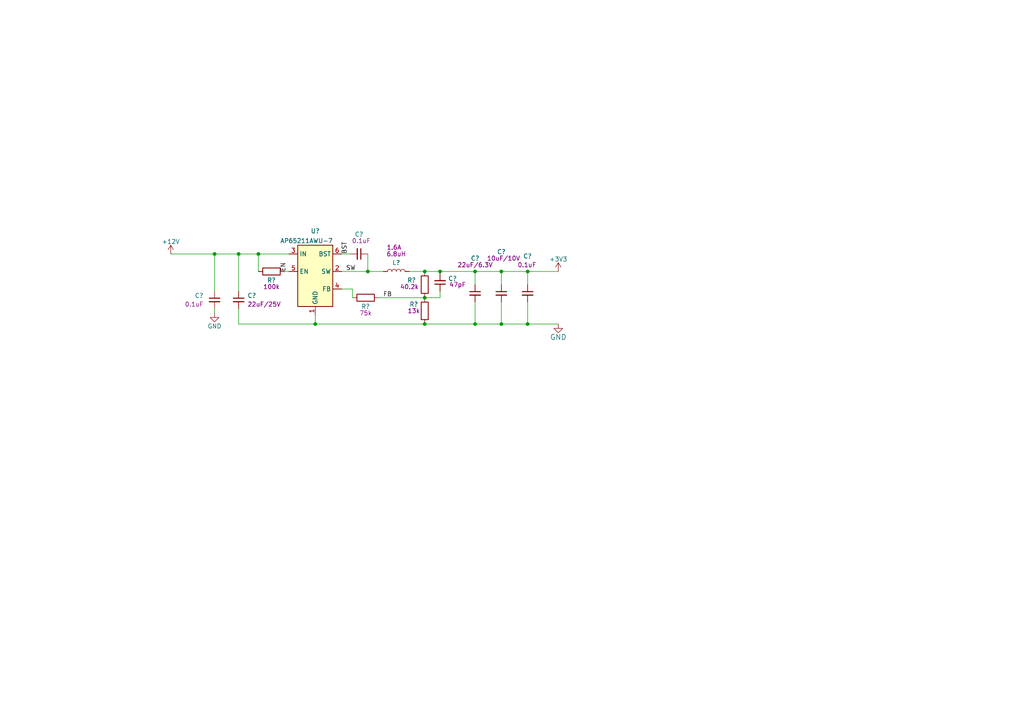
<source format=kicad_sch>
(kicad_sch (version 20211123) (generator eeschema)
  (paper "A4")
  (lib_symbols
    (symbol "4ms_Capacitor:0.1uF_0603_16V" (pin_numbers hide) (pin_names (offset 0.254) hide)
      (property "Reference" "C" (at 1.905 1.27 0))
      (property "Display" "0.1uF" (at 1.905 -1.27 0))
      (symbol "0.1uF_0603_16V_0_1"
        (polyline (pts (xy -1.524 -0.508) (xy 1.524 -0.508)) (stroke (width 0.3302)))
        (polyline (pts (xy -1.524 0.508) (xy 1.524 0.508)) (stroke (width 0.3048)))
      )
      (symbol "0.1uF_0603_16V_1_1"
        (pin passive line (at 0 2.54 270) (length 2.032) (name "~") (number "1"))
        (pin passive line (at 0 -2.54 90) (length 2.032) (name "~") (number "2"))
      )
    )
    (symbol "4ms_Capacitor:10uF_0603_10V" (pin_numbers hide) (pin_names (offset 0.254) hide)
      (property "Reference" "C" (at 1.905 1.27 0))
      (property "Display" "10uF/10V" (at 1.905 -1.27 0))
      (symbol "10uF_0603_10V_0_1"
        (polyline (pts (xy -1.524 -0.508) (xy 1.524 -0.508)) (stroke (width 0.3302)))
        (polyline (pts (xy -1.524 0.508) (xy 1.524 0.508)) (stroke (width 0.3048)))
      )
      (symbol "10uF_0603_10V_1_1"
        (pin passive line (at 0 2.54 270) (length 2.032) (name "~") (number "1"))
        (pin passive line (at 0 -2.54 90) (length 2.032) (name "~") (number "2"))
      )
    )
    (symbol "4ms_Capacitor:22uF_0805_25V" (pin_numbers hide) (pin_names (offset 0.254))
      (property "Reference" "C" (at 1.905 1.27 0))
      (property "Display" "22uF/25V" (at 1.905 -1.27 0))
      (symbol "22uF_0805_25V_1_1"
        (polyline (pts (xy -1.524 -0.508) (xy 1.524 -0.508)) (stroke (width 0.3302)))
        (polyline (pts (xy -1.524 0.508) (xy 1.524 0.508)) (stroke (width 0.3048)))
        (pin passive line (at 0 2.54 270) (length 2.032) (name "~") (number "1"))
        (pin passive line (at 0 -2.54 90) (length 2.032) (name "~") (number "2"))
      )
    )
    (symbol "4ms_Capacitor:22uF_0805_6.3V" (pin_numbers hide) (pin_names (offset 0.254) hide)
      (property "Reference" "C" (at 1.905 1.27 0))
      (property "Display" "22uF/6.3V" (at 1.905 -1.27 0))
      (symbol "22uF_0805_6.3V_0_1"
        (polyline (pts (xy -1.524 -0.508) (xy 1.524 -0.508)) (stroke (width 0.3302)))
        (polyline (pts (xy -1.524 0.508) (xy 1.524 0.508)) (stroke (width 0.3048)))
      )
      (symbol "22uF_0805_6.3V_1_1"
        (pin passive line (at 0 2.54 270) (length 2.032) (name "~") (number "1"))
        (pin passive line (at 0 -2.54 90) (length 2.032) (name "~") (number "2"))
      )
    )
    (symbol "4ms_Capacitor:47pF_0603_50V" (pin_numbers hide) (pin_names (offset 0.254) hide)
      (property "Reference" "C" (at 1.905 1.27 0))
      (property "Display" "47pF" (at 1.905 -1.27 0))
      (symbol "47pF_0603_50V_0_1"
        (polyline (pts (xy -1.524 -0.508) (xy 1.524 -0.508)) (stroke (width 0.3302)))
        (polyline (pts (xy -1.524 0.508) (xy 1.524 0.508)) (stroke (width 0.3048)))
      )
      (symbol "47pF_0603_50V_1_1"
        (pin passive line (at 0 2.54 270) (length 2.032) (name "~") (number "1"))
        (pin passive line (at 0 -2.54 90) (length 2.032) (name "~") (number "2"))
      )
    )
    (symbol "4ms_IC:AP65211AWU-7"
      (property "Reference" "U" (at -3.81 10.16 0))
      (property "Value" "AP65211AWU-7" (at 2.54 10.16 0))
      (symbol "AP65211AWU-7_0_1"
        (rectangle (start -5.08 8.89) (end 5.08 -8.89) (stroke (width 0.254)) (fill (type background)))
      )
      (symbol "AP65211AWU-7_1_1"
        (pin power_in line (at 0 -11.43 90) (length 2.54) (name "GND") (number "1"))
        (pin power_out line (at 7.62 1.27 180) (length 2.54) (name "SW") (number "2"))
        (pin power_in line (at -7.62 6.35 0) (length 2.54) (name "IN") (number "3"))
        (pin input line (at 7.62 -3.81 180) (length 2.54) (name "FB") (number "4"))
        (pin input line (at -7.62 1.27 0) (length 2.54) (name "EN") (number "5"))
        (pin output line (at 7.62 6.35 180) (length 2.54) (name "BST") (number "6"))
      )
    )
    (symbol "4ms_Inductor:6.8uH_0.6A_4018" (pin_numbers hide) (pin_names (offset 1.016) hide)
      (property "Reference" "L" (at -1.27 0 90))
      (property "Display" "6.8uH" (at 2.54 0 90))
      (property "Display 2" "1.6A" (at 4.318 -0.0508 90))
      (symbol "6.8uH_0.6A_4018_0_1"
        (arc (start 0 -2.54) (mid 0.635 -1.905) (end 0 -1.27))
        (arc (start 0 -1.27) (mid 0.635 -0.635) (end 0 0))
        (arc (start 0 0) (mid 0.635 0.635) (end 0 1.27))
        (arc (start 0 1.27) (mid 0.635 1.905) (end 0 2.54))
      )
      (symbol "6.8uH_0.6A_4018_1_1"
        (pin passive line (at 0 3.81 270) (length 1.27) (name "1") (number "1"))
        (pin passive line (at 0 -3.81 90) (length 1.27) (name "2") (number "2"))
      )
    )
    (symbol "4ms_Power-symbol:+12V" (power) (pin_names (offset 0))
      (property "Value" "+12V" (at 0 3.556 0))
      (symbol "+12V_0_1"
        (polyline (pts (xy -0.762 1.27) (xy 0 2.54)))
        (polyline (pts (xy 0 0) (xy 0 2.54)))
        (polyline (pts (xy 0 2.54) (xy 0.762 1.27)))
      )
      (symbol "+12V_1_1"
        (pin power_in line (at 0 0 90) (length 0) hide (name "+12V") (number "1"))
      )
    )
    (symbol "4ms_Power-symbol:+3.3V" (power) (pin_names (offset 0))
      (property "Value" "+3.3V" (at 0 3.556 0))
      (symbol "+3.3V_0_1"
        (polyline (pts (xy -0.762 1.27) (xy 0 2.54)))
        (polyline (pts (xy 0 0) (xy 0 2.54)))
        (polyline (pts (xy 0 2.54) (xy 0.762 1.27)))
      )
      (symbol "+3.3V_1_1"
        (pin power_in line (at 0 0 90) (length 0) hide (name "+3V3") (number "1"))
      )
    )
    (symbol "4ms_Power-symbol:GND" (power) (pin_names (offset 0))
      (property "Value" "GND" (at 0 -3.81 0))
      (symbol "GND_0_1"
        (polyline (pts (xy 0 0) (xy 0 -1.27) (xy 1.27 -1.27) (xy 0 -2.54) (xy -1.27 -1.27) (xy 0 -1.27)))
      )
      (symbol "GND_1_1"
        (pin power_in line (at 0 0 270) (length 0) hide (name "GND") (number "1"))
      )
    )
    (symbol "4ms_Resistor:100k_0603" (pin_numbers hide) (pin_names (offset 0))
      (property "Reference" "R" (at 2.032 0 90))
      (property "Display" "100k" (at 3.81 0 90))
      (symbol "100k_0603_0_1"
        (rectangle (start -1.016 -2.54) (end 1.016 2.54) (stroke (width 0.254)))
      )
      (symbol "100k_0603_1_1"
        (pin passive line (at 0 3.81 270) (length 1.27) (name "~") (number "1"))
        (pin passive line (at 0 -3.81 90) (length 1.27) (name "~") (number "2"))
      )
    )
    (symbol "4ms_Resistor:13k_0603" (pin_numbers hide) (pin_names (offset 0))
      (property "Reference" "R" (at 2.032 0 90))
      (property "Display" "13k" (at 3.81 0 90))
      (symbol "13k_0603_0_1"
        (rectangle (start -1.016 -2.54) (end 1.016 2.54) (stroke (width 0.254)))
      )
      (symbol "13k_0603_1_1"
        (pin passive line (at 0 3.81 270) (length 1.27) (name "~") (number "1"))
        (pin passive line (at 0 -3.81 90) (length 1.27) (name "~") (number "2"))
      )
    )
    (symbol "4ms_Resistor:40.2k_0603" (pin_numbers hide) (pin_names (offset 0))
      (property "Reference" "R" (at 2.032 0 90))
      (property "Display" "40.2k" (at 3.81 0 90))
      (symbol "40.2k_0603_0_1"
        (rectangle (start -1.016 -2.54) (end 1.016 2.54) (stroke (width 0.254)))
      )
      (symbol "40.2k_0603_1_1"
        (pin passive line (at 0 3.81 270) (length 1.27) (name "~") (number "1"))
        (pin passive line (at 0 -3.81 90) (length 1.27) (name "~") (number "2"))
      )
    )
    (symbol "4ms_Resistor:75k_0603" (pin_numbers hide) (pin_names (offset 0))
      (property "Reference" "R" (at 2.032 0 90))
      (property "Display" "75k" (at 3.81 0 90))
      (symbol "75k_0603_0_1"
        (rectangle (start -1.016 -2.54) (end 1.016 2.54) (stroke (width 0.254)))
      )
      (symbol "75k_0603_1_1"
        (pin passive line (at 0 3.81 270) (length 1.27) (name "~") (number "1"))
        (pin passive line (at 0 -3.81 90) (length 1.27) (name "~") (number "2"))
      )
    )
  )
  (junction (at 106.68 78.74))
  (junction (at 123.19 86.36))
  (junction (at 123.19 93.98))
  (junction (at 137.795 78.74))
  (junction (at 153.035 78.74))
  (junction (at 153.035 93.98))
  (junction (at 91.44 93.98))
  (junction (at 74.93 73.66))
  (junction (at 123.19 78.74))
  (junction (at 127.635 78.74))
  (junction (at 137.795 93.98))
  (junction (at 62.23 73.66))
  (junction (at 145.415 93.98))
  (junction (at 145.415 78.74))
  (junction (at 69.215 73.66))
  (wire (pts (xy 145.415 93.98) (xy 153.035 93.98)))
  (wire (pts (xy 137.795 93.98) (xy 145.415 93.98)))
  (wire (pts (xy 145.415 78.74) (xy 145.415 82.55)))
  (wire (pts (xy 123.19 93.98) (xy 137.795 93.98)))
  (wire (pts (xy 153.035 82.55) (xy 153.035 78.74)))
  (wire (pts (xy 123.19 78.74) (xy 127.635 78.74)))
  (wire (pts (xy 118.745 78.74) (xy 123.19 78.74)))
  (wire (pts (xy 74.93 73.66) (xy 83.82 73.66)))
  (wire (pts (xy 49.53 73.66) (xy 62.23 73.66)))
  (wire (pts (xy 153.035 93.98) (xy 161.925 93.98)))
  (wire (pts (xy 91.44 91.44) (xy 91.44 93.98)))
  (wire (pts (xy 145.415 87.63) (xy 145.415 93.98)))
  (wire (pts (xy 102.235 83.82) (xy 99.06 83.82)))
  (wire (pts (xy 69.215 93.98) (xy 91.44 93.98)))
  (wire (pts (xy 69.215 73.66) (xy 69.215 84.455)))
  (wire (pts (xy 99.06 78.74) (xy 106.68 78.74)))
  (wire (pts (xy 62.23 84.455) (xy 62.23 73.66)))
  (wire (pts (xy 83.82 78.74) (xy 82.55 78.74)))
  (wire (pts (xy 123.19 86.36) (xy 127.635 86.36)))
  (wire (pts (xy 102.235 86.36) (xy 102.235 83.82)))
  (wire (pts (xy 62.23 89.535) (xy 62.23 90.805)))
  (wire (pts (xy 69.215 89.535) (xy 69.215 93.98)))
  (wire (pts (xy 109.855 86.36) (xy 123.19 86.36)))
  (wire (pts (xy 69.215 73.66) (xy 74.93 73.66)))
  (wire (pts (xy 137.795 78.74) (xy 137.795 82.55)))
  (wire (pts (xy 106.68 78.74) (xy 106.68 73.66)))
  (wire (pts (xy 153.035 87.63) (xy 153.035 93.98)))
  (wire (pts (xy 106.68 78.74) (xy 111.125 78.74)))
  (wire (pts (xy 127.635 78.74) (xy 137.795 78.74)))
  (wire (pts (xy 91.44 93.98) (xy 123.19 93.98)))
  (wire (pts (xy 127.635 84.455) (xy 127.635 86.36)))
  (wire (pts (xy 127.635 79.375) (xy 127.635 78.74)))
  (wire (pts (xy 74.93 78.74) (xy 74.93 73.66)))
  (wire (pts (xy 153.035 78.74) (xy 161.925 78.74)))
  (wire (pts (xy 62.23 73.66) (xy 69.215 73.66)))
  (wire (pts (xy 137.795 78.74) (xy 145.415 78.74)))
  (wire (pts (xy 99.06 73.66) (xy 101.6 73.66)))
  (wire (pts (xy 137.795 87.63) (xy 137.795 93.98)))
  (wire (pts (xy 145.415 78.74) (xy 153.035 78.74)))
  (label "BST" (at 100.965 73.66 90))
  (label "EN" (at 83.185 78.74 90))
  (label "SW" (at 100.33 78.74 0))
  (label "FB" (at 111.125 86.36 0))
  (symbol (lib_id "4ms_IC:AP65211AWU-7") (at 91.44 80.01 0) (unit 1)
    (property "Reference" "U?" (at 91.44 67.0052 0))
    (property "Value" "AP65211AWU-7" (at 88.9 69.85 0))
    (property "Footprint" "Package_TO_SOT_SMD:TSOT-23-6" (effects hide))
    (property "Datasheet" "https://www.diodes.com/assets/Datasheets/AP65211A.pdf" (effects hide))
    (property "Manufacturer" "Diodes Inc." (effects hide))
    (property "Part number" "AP65211A" (effects hide))
    (property "Specifications" "DC/DC Buck Converter 500kHz 18VinMax 2A Synchronous" (effects hide))
  )
  (symbol (lib_id "4ms_Capacitor:0.1uF_0603_16V") (at 104.14 73.66 270) (unit 1)
    (property "Reference" "C?" (at 104.14 67.9704 90))
    (property "Value" "0.1uF_0603_16V" (effects hide))
    (property "Footprint" "4ms_Capacitor:C_0603" (effects hide))
    (property "Specifications" "0.1uF, Min. 16V 10%, X7R or X5R or similar" (effects hide))
    (property "Display" "0.1uF" (at 104.775 69.85 90))
    (property "Manufacturer" "AVX Corporation" (effects hide))
    (property "Part Number" "0603YC104KAT2A" (effects hide))
    (property "JLCPCB ID" "C14663" (effects hide))
  )
  (symbol (lib_id "4ms_Power-symbol:+3.3V") (at 161.925 78.74 0) (unit 1)
    (property "Reference" "#PWR?" (effects hide))
    (property "Value" "+3.3V" (at 161.925 75.184 0))
  )
  (symbol (lib_id "4ms_Resistor:100k_0603") (at 78.74 78.74 270) (unit 1)
    (property "Reference" "R?" (at 78.74 81.28 90))
    (property "Value" "100k_0603" (effects hide))
    (property "Footprint" "4ms_Resistor:R_0603" (effects hide))
    (property "Display" "100k" (at 78.74 83.185 90))
    (property "Manufacturer" "Yageo" (effects hide))
    (property "Part Number" "RC0603FR-07100KL" (effects hide))
    (property "Specifications" "100K, 1%, 1/10W, 0603" (effects hide))
    (property "JLCPCB ID" "C25803" (effects hide))
  )
  (symbol (lib_id "4ms_Inductor:6.8uH_0.6A_4018") (at 114.935 78.74 90) (unit 1)
    (property "Reference" "L?" (at 114.935 76.2 90))
    (property "Value" "6.8uH_0.6A_4018" (effects hide))
    (property "Footprint" "Inductor_SMD:L_Taiyo-Yuden_NR-40xx" (effects hide))
    (property "Manufacturer" "Taiyo Yuden" (effects hide))
    (property "Part number" "NRS4018T6R8MDGJ" (effects hide))
    (property "Specifications" "6.8uH, Isat>625mA, Idc>1.0A, Rdc<=100mOhms, shielded" (effects hide))
    (property "Display" "6.8uH" (at 114.935 73.66 90))
    (property "Display 2" "1.6A" (at 114.3 71.755 90))
    (property "Manufacturer 2" "Taiyo Yuden" (effects hide))
    (property "Manufacturer 3" "Taiyo Yuden" (effects hide))
    (property "Manufacturer 4" "Bournes" (effects hide))
    (property "Manufacturer 5" "ABRACON" (effects hide))
    (property "Part Number" "NRS4018T6R8MDGJ" (effects hide))
    (property "Part Number 2" "NRS4018T6R8MDGJV" (effects hide))
    (property "Part Number 3" "NR4018T6R8M" (effects hide))
    (property "Part Number 4" "SRN4018TA-6R8M" (effects hide))
    (property "Part Number 5" "ASPI-0418FS-6R8M-T3" (effects hide))
  )
  (symbol (lib_id "4ms_Power-symbol:GND") (at 62.23 90.805 0) (unit 1)
    (property "Reference" "#PWR?" (effects hide))
    (property "Value" "GND" (at 62.23 94.615 0))
  )
  (symbol (lib_id "4ms_Power-symbol:+12V") (at 49.53 73.66 0) (unit 1)
    (property "Reference" "#PWR?" (effects hide))
    (property "Value" "+12V" (at 49.53 70.104 0))
  )
  (symbol (lib_id "4ms_Capacitor:10uF_0603_10V") (at 145.415 85.09 0) (unit 1)
    (property "Reference" "C?" (at 144.145 73.025 0) (effects (justify left)))
    (property "Value" "10uF_0603_10V" (effects hide))
    (property "Footprint" "4ms_Capacitor:C_0603" (effects hide))
    (property "Specifications" "10uF, Min. 10V X5R 10%" (effects hide))
    (property "Display" "10uF/10V" (at 146.05 74.93 0))
    (property "Manufacturer" "Murata" (effects hide))
    (property "Part Number" "GRM188R61A106KE69D" (effects hide))
    (property "JLCPCB ID" "C19702" (effects hide))
  )
  (symbol (lib_id "4ms_Resistor:13k_0603") (at 123.19 90.17 180) (unit 1)
    (property "Reference" "R?" (at 120.015 88.265 0))
    (property "Value" "13k_0603" (effects hide))
    (property "Footprint" "4ms_Resistor:R_0603" (effects hide))
    (property "Display" "13k" (at 120.015 90.17 0))
    (property "ID" "enosc39" (effects hide))
    (property "Manufacturer" "Yageo" (effects hide))
    (property "Part Number" "RC0603FR-0713KL" (effects hide))
    (property "Specifications" "13K, 1%, 1/10W, 0603" (effects hide))
    (property "JLCPCB ID" "C22797" (effects hide))
  )
  (symbol (lib_id "4ms_Capacitor:22uF_0805_25V") (at 69.215 86.995 0) (unit 1)
    (property "Reference" "C?" (at 71.755 85.725 0) (effects (justify left)))
    (property "Value" "22uF_0805_25V" (effects hide))
    (property "Footprint" "4ms_Capacitor:C_0805" (effects hide))
    (property "Specifications" "22uF, Min 25V, 0805, MLCC, X5R or similar" (effects hide))
    (property "Display" "22uF/25V" (at 71.755 88.265 0) (effects (justify left)))
    (property "Manufacturer" "Murata" (effects hide))
    (property "Part Number" "GRM21BR61E226ME44L" (effects hide))
    (property "JLCPCB ID" "C45783" (effects hide))
  )
  (symbol (lib_id "4ms_Capacitor:0.1uF_0603_16V") (at 62.23 86.995 0) (unit 1)
    (property "Reference" "C?" (at 59.055 85.725 0) (effects (justify right)))
    (property "Value" "0.1uF_0603_16V" (effects hide))
    (property "Footprint" "4ms_Capacitor:C_0603" (effects hide))
    (property "Display" "0.1uF" (at 59.055 88.265 0) (effects (justify right)))
    (property "Manufacturer" "AVX Corporation" (effects hide))
    (property "Part Number" "0603YC104KAT2A" (effects hide))
    (property "Specifications" "0.1uF, Min. 16V 10%, X7R or X5R or similar" (effects hide))
    (property "JLCPCB ID" "C14663" (effects hide))
  )
  (symbol (lib_id "4ms_Power-symbol:GND") (at 161.925 93.98 0) (unit 1)
    (property "Reference" "#PWR?" (effects hide))
    (property "Value" "GND" (at 161.925 97.79 0) (effects (font (size 1.524 1.524))))
  )
  (symbol (lib_id "4ms_Capacitor:22uF_0805_6.3V") (at 137.795 85.09 0) (unit 1)
    (property "Reference" "C?" (at 136.525 74.93 0) (effects (justify left)))
    (property "Value" "22uF_0805_6.3V" (effects hide))
    (property "Footprint" "4ms_Capacitor:C_0805" (effects hide))
    (property "Manufacturer" "Taiyo Yuden" (effects hide))
    (property "Part number" "JMK212ABJ226MD-T" (effects hide))
    (property "Specifications" "22uF, Min 6.3V, MLCC, X5R X7S or similar" (effects hide))
    (property "Display" "22uF/6.3V" (at 137.795 76.835 0))
    (property "Part Number" "JMK212ABJ226MD-T" (effects hide))
    (property "JLCPCB ID" "C45783" (effects hide))
  )
  (symbol (lib_id "4ms_Resistor:40.2k_0603") (at 123.19 82.55 180) (unit 1)
    (property "Reference" "R?" (at 119.38 81.28 0))
    (property "Value" "40.2k_0603" (effects hide))
    (property "Footprint" "4ms_Resistor:R_0603" (effects hide))
    (property "Display" "40.2k" (at 118.745 83.185 0))
    (property "Manufacturer" "Yageo" (effects hide))
    (property "Part Number" "RC0603FR-0740K2L" (effects hide))
    (property "Specifications" "40.2k, 1%, 1/10W, 0603" (effects hide))
    (property "JLCPCB ID" "C12447" (effects hide))
  )
  (symbol (lib_id "4ms_Resistor:75k_0603") (at 106.045 86.36 90) (unit 1)
    (property "Reference" "R?" (at 106.045 88.9 90))
    (property "Value" "75k_0603" (effects hide))
    (property "Footprint" "4ms_Resistor:R_0603" (effects hide))
    (property "Display" "75k" (at 106.045 90.805 90))
    (property "Manufacturer" "Yageo" (effects hide))
    (property "Part Number" "RC0603FR-0775KL" (effects hide))
    (property "Specifications" "75K, 1%, 1/10W, 0603" (effects hide))
    (property "JLCPCB ID" "C23242" (effects hide))
  )
  (symbol (lib_id "4ms_Capacitor:47pF_0603_50V") (at 127.635 81.915 180) (unit 1)
    (property "Reference" "C?" (at 129.9718 80.7974 0) (effects (justify right)))
    (property "Value" "47pF_0603_50V" (effects hide))
    (property "Footprint" "4ms_Capacitor:C_0603" (effects hide))
    (property "Part number" "885012005078" (effects hide))
    (property "Manufacturer" "Yageo" (effects hide))
    (property "Display" "47pF" (at 132.715 82.55 0))
    (property "Part Number" "CC0603JRNPO9BN470" (effects hide))
    (property "Specifications" "47pF, 50V C0G/NPO 5%, MLCC" (effects hide))
    (property "JLCPCB ID" "C1671" (effects hide))
  )
  (symbol (lib_id "4ms_Capacitor:0.1uF_0603_16V") (at 153.035 85.09 0) (unit 1)
    (property "Reference" "C?" (at 154.305 74.295 0) (effects (justify right)))
    (property "Value" "0.1uF_0603_16V" (effects hide))
    (property "Footprint" "4ms_Capacitor:C_0603" (effects hide))
    (property "Display" "0.1uF" (at 155.575 76.835 0) (effects (justify right)))
    (property "Manufacturer" "AVX Corporation" (effects hide))
    (property "Part Number" "0603YC104KAT2A" (effects hide))
    (property "Specifications" "0.1uF, Min. 16V 10%, X7R or X5R or similar" (effects hide))
    (property "JLCPCB ID" "C14663" (effects hide))
  )
)
</source>
